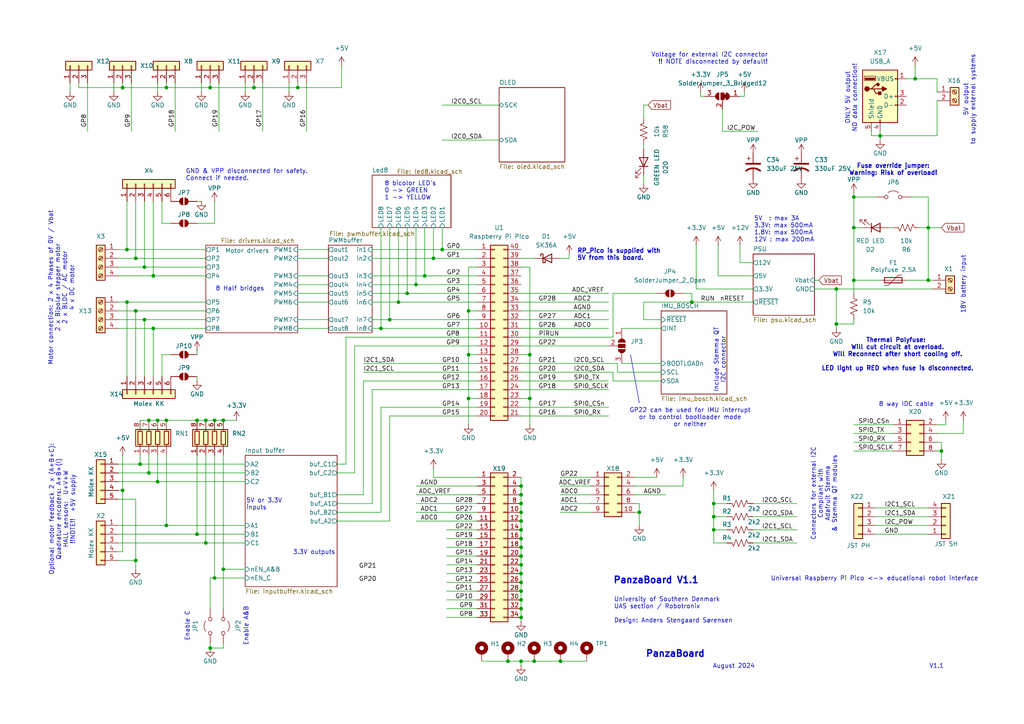
<source format=kicad_sch>
(kicad_sch (version 20231120) (generator "eeschema") (generator_version "8.0")
  (paper "A4")
  (junction (at 151.13 166.37))
  (junction (at 255.27 39.37))
  (junction (at 151.13 143.51))
  (junction (at 41.91 92.71))
  (junction (at 151.13 191.77))
  (junction (at 62.23 167.64))
  (junction (at 151.13 140.97))
  (junction (at 135.89 90.17))
  (junction (at 48.26 152.4))
  (junction (at 120.65 82.55))
  (junction (at 151.13 179.07))
  (junction (at 242.57 93.98))
  (junction (at 62.23 121.92))
  (junction (at 147.32 191.77))
  (junction (at 247.65 57.15))
  (junction (at 118.11 85.09))
  (junction (at 265.43 22.86))
  (junction (at 162.56 191.77))
  (junction (at 185.42 148.59))
  (junction (at 57.15 121.92))
  (junction (at 135.89 102.87))
  (junction (at 36.83 87.63))
  (junction (at 153.67 102.87))
  (junction (at 39.37 74.93))
  (junction (at 247.65 66.04))
  (junction (at 151.13 163.83))
  (junction (at 44.45 95.25))
  (junction (at 154.94 191.77))
  (junction (at 269.24 81.28))
  (junction (at 43.18 137.16))
  (junction (at 39.37 162.56))
  (junction (at 151.13 171.45))
  (junction (at 151.13 148.59))
  (junction (at 200.66 87.63))
  (junction (at 44.45 80.01))
  (junction (at 110.49 95.25))
  (junction (at 269.24 66.04))
  (junction (at 151.13 158.75))
  (junction (at 48.26 121.92))
  (junction (at 41.91 77.47))
  (junction (at 242.57 83.82))
  (junction (at 35.56 142.24))
  (junction (at 36.83 72.39))
  (junction (at 125.73 74.93))
  (junction (at 40.64 134.62))
  (junction (at 73.66 25.4))
  (junction (at 35.56 25.4))
  (junction (at 48.26 25.4))
  (junction (at 39.37 90.17))
  (junction (at 60.96 187.96))
  (junction (at 113.03 92.71))
  (junction (at 123.19 80.01))
  (junction (at 135.89 115.57))
  (junction (at 247.65 81.28))
  (junction (at 207.01 149.86))
  (junction (at 64.77 165.1))
  (junction (at 273.05 130.81))
  (junction (at 151.13 153.67))
  (junction (at 60.96 25.4))
  (junction (at 86.36 25.4))
  (junction (at 45.72 121.92))
  (junction (at 151.13 168.91))
  (junction (at 207.01 146.05))
  (junction (at 151.13 173.99))
  (junction (at 43.18 121.92))
  (junction (at 207.01 153.67))
  (junction (at 45.72 139.7))
  (junction (at 64.77 121.92))
  (junction (at 151.13 156.21))
  (junction (at 151.13 146.05))
  (junction (at 153.67 115.57))
  (junction (at 115.57 87.63))
  (junction (at 59.69 121.92))
  (junction (at 151.13 176.53))
  (junction (at 57.15 154.94))
  (junction (at 151.13 161.29))
  (junction (at 128.27 72.39))
  (junction (at 59.69 157.48))
  (junction (at 151.13 151.13))
  (wire (pts (xy 186.69 50.8) (xy 186.69 53.34)))
  (wire (pts (xy 33.02 24.13) (xy 33.02 26.67)))
  (wire (pts (xy 177.8 97.79) (xy 151.13 97.79)))
  (wire (pts (xy 39.37 144.78) (xy 39.37 162.56)))
  (wire (pts (xy 135.89 102.87) (xy 138.43 102.87)))
  (wire (pts (xy 62.23 132.08) (xy 62.23 167.64)))
  (wire (pts (xy 43.18 137.16) (xy 71.12 137.16)))
  (wire (pts (xy 57.15 154.94) (xy 71.12 154.94)))
  (wire (pts (xy 34.29 162.56) (xy 39.37 162.56)))
  (wire (pts (xy 107.95 82.55) (xy 120.65 82.55)))
  (wire (pts (xy 254 154.94) (xy 269.24 154.94)))
  (wire (pts (xy 191.77 92.71) (xy 186.69 92.71)))
  (wire (pts (xy 247.65 66.04) (xy 250.19 66.04)))
  (polyline (pts (xy 182.88 102.87) (xy 185.42 116.84)))
  (wire (pts (xy 129.54 171.45) (xy 138.43 171.45)))
  (wire (pts (xy 247.65 123.19) (xy 259.08 123.19)))
  (wire (pts (xy 215.9 26.67) (xy 215.9 27.94)))
  (wire (pts (xy 129.54 179.07) (xy 138.43 179.07)))
  (wire (pts (xy 64.77 165.1) (xy 71.12 165.1)))
  (wire (pts (xy 35.56 24.13) (xy 35.56 25.4)))
  (wire (pts (xy 242.57 93.98) (xy 247.65 93.98)))
  (wire (pts (xy 34.29 87.63) (xy 36.83 87.63)))
  (wire (pts (xy 208.28 71.12) (xy 208.28 80.01)))
  (wire (pts (xy 128.27 66.04) (xy 128.27 72.39)))
  (wire (pts (xy 62.23 58.42) (xy 62.23 64.77)))
  (wire (pts (xy 207.01 146.05) (xy 210.82 146.05)))
  (wire (pts (xy 162.56 140.97) (xy 171.45 140.97)))
  (wire (pts (xy 118.11 85.09) (xy 138.43 85.09)))
  (wire (pts (xy 107.95 85.09) (xy 118.11 85.09)))
  (wire (pts (xy 34.29 157.48) (xy 59.69 157.48)))
  (wire (pts (xy 151.13 118.11) (xy 176.53 118.11)))
  (wire (pts (xy 269.24 66.04) (xy 269.24 81.28)))
  (wire (pts (xy 58.42 58.42) (xy 57.15 58.42)))
  (wire (pts (xy 247.65 93.98) (xy 247.65 92.71)))
  (wire (pts (xy 34.29 142.24) (xy 35.56 142.24)))
  (wire (pts (xy 25.4 24.13) (xy 25.4 38.1)))
  (wire (pts (xy 34.29 90.17) (xy 39.37 90.17)))
  (wire (pts (xy 105.41 107.95) (xy 138.43 107.95)))
  (wire (pts (xy 113.03 92.71) (xy 138.43 92.71)))
  (wire (pts (xy 247.65 125.73) (xy 259.08 125.73)))
  (wire (pts (xy 86.36 80.01) (xy 95.25 80.01)))
  (wire (pts (xy 34.29 92.71) (xy 41.91 92.71)))
  (wire (pts (xy 125.73 74.93) (xy 138.43 74.93)))
  (wire (pts (xy 151.13 161.29) (xy 151.13 163.83)))
  (wire (pts (xy 64.77 121.92) (xy 68.58 121.92)))
  (wire (pts (xy 262.89 81.28) (xy 269.24 81.28)))
  (wire (pts (xy 128.27 30.48) (xy 144.78 30.48)))
  (wire (pts (xy 151.13 158.75) (xy 151.13 161.29)))
  (wire (pts (xy 129.54 161.29) (xy 138.43 161.29)))
  (wire (pts (xy 43.18 132.08) (xy 43.18 137.16)))
  (wire (pts (xy 58.42 24.13) (xy 58.42 26.67)))
  (wire (pts (xy 274.32 121.92) (xy 274.32 123.19)))
  (wire (pts (xy 138.43 77.47) (xy 135.89 77.47)))
  (wire (pts (xy 187.96 30.48) (xy 186.69 30.48)))
  (wire (pts (xy 129.54 168.91) (xy 138.43 168.91)))
  (wire (pts (xy 63.5 24.13) (xy 63.5 38.1)))
  (wire (pts (xy 123.19 80.01) (xy 138.43 80.01)))
  (wire (pts (xy 71.12 24.13) (xy 71.12 26.67)))
  (wire (pts (xy 177.8 107.95) (xy 151.13 107.95)))
  (wire (pts (xy 204.47 27.94) (xy 203.2 27.94)))
  (wire (pts (xy 120.65 148.59) (xy 138.43 148.59)))
  (wire (pts (xy 40.64 121.92) (xy 43.18 121.92)))
  (wire (pts (xy 62.23 167.64) (xy 60.96 167.64)))
  (wire (pts (xy 247.65 81.28) (xy 247.65 85.09)))
  (wire (pts (xy 64.77 132.08) (xy 64.77 165.1)))
  (wire (pts (xy 165.1 74.93) (xy 165.1 73.66)))
  (wire (pts (xy 162.56 74.93) (xy 165.1 74.93)))
  (wire (pts (xy 177.8 85.09) (xy 190.5 85.09)))
  (wire (pts (xy 214.63 71.12) (xy 214.63 76.2)))
  (wire (pts (xy 180.34 105.41) (xy 191.77 105.41)))
  (wire (pts (xy 34.29 77.47) (xy 41.91 77.47)))
  (wire (pts (xy 162.56 143.51) (xy 171.45 143.51)))
  (wire (pts (xy 254 57.15) (xy 247.65 57.15)))
  (wire (pts (xy 177.8 85.09) (xy 177.8 97.79)))
  (wire (pts (xy 265.43 22.86) (xy 271.78 22.86)))
  (wire (pts (xy 252.73 39.37) (xy 255.27 39.37)))
  (wire (pts (xy 177.8 110.49) (xy 191.77 110.49)))
  (wire (pts (xy 45.72 132.08) (xy 45.72 139.7)))
  (wire (pts (xy 162.56 191.77) (xy 170.18 191.77)))
  (wire (pts (xy 151.13 166.37) (xy 151.13 168.91)))
  (wire (pts (xy 153.67 77.47) (xy 153.67 102.87)))
  (wire (pts (xy 59.69 157.48) (xy 71.12 157.48)))
  (wire (pts (xy 35.56 132.08) (xy 35.56 142.24)))
  (wire (pts (xy 151.13 120.65) (xy 176.53 120.65)))
  (wire (pts (xy 129.54 153.67) (xy 138.43 153.67)))
  (wire (pts (xy 83.82 24.13) (xy 83.82 26.67)))
  (wire (pts (xy 198.12 138.43) (xy 198.12 140.97)))
  (wire (pts (xy 151.13 74.93) (xy 154.94 74.93)))
  (wire (pts (xy 57.15 101.6) (xy 57.15 102.87)))
  (wire (pts (xy 107.95 80.01) (xy 123.19 80.01)))
  (wire (pts (xy 48.26 132.08) (xy 48.26 152.4)))
  (wire (pts (xy 86.36 92.71) (xy 95.25 92.71)))
  (wire (pts (xy 115.57 66.04) (xy 115.57 87.63)))
  (wire (pts (xy 242.57 93.98) (xy 242.57 95.25)))
  (wire (pts (xy 20.32 26.67) (xy 20.32 24.13)))
  (wire (pts (xy 107.95 74.93) (xy 125.73 74.93)))
  (wire (pts (xy 59.69 121.92) (xy 62.23 121.92)))
  (wire (pts (xy 162.56 146.05) (xy 171.45 146.05)))
  (wire (pts (xy 200.66 85.09) (xy 200.66 87.63)))
  (wire (pts (xy 97.79 137.16) (xy 102.87 137.16)))
  (wire (pts (xy 60.96 24.13) (xy 60.96 25.4)))
  (wire (pts (xy 139.7 191.77) (xy 147.32 191.77)))
  (wire (pts (xy 62.23 167.64) (xy 71.12 167.64)))
  (wire (pts (xy 184.15 138.43) (xy 190.5 138.43)))
  (wire (pts (xy 218.44 153.67) (xy 231.14 153.67)))
  (wire (pts (xy 44.45 95.25) (xy 44.45 109.22)))
  (wire (pts (xy 207.01 149.86) (xy 210.82 149.86)))
  (wire (pts (xy 203.2 27.94) (xy 203.2 26.67)))
  (wire (pts (xy 46.99 102.87) (xy 46.99 109.22)))
  (wire (pts (xy 57.15 121.92) (xy 59.69 121.92)))
  (wire (pts (xy 138.43 138.43) (xy 125.73 138.43)))
  (wire (pts (xy 44.45 58.42) (xy 44.45 80.01)))
  (wire (pts (xy 97.79 146.05) (xy 107.95 146.05)))
  (wire (pts (xy 151.13 191.77) (xy 154.94 191.77)))
  (wire (pts (xy 125.73 138.43) (xy 125.73 135.89)))
  (wire (pts (xy 45.72 121.92) (xy 48.26 121.92)))
  (wire (pts (xy 247.65 130.81) (xy 259.08 130.81)))
  (wire (pts (xy 102.87 137.16) (xy 102.87 100.33)))
  (wire (pts (xy 107.95 92.71) (xy 113.03 92.71)))
  (wire (pts (xy 135.89 115.57) (xy 138.43 115.57)))
  (wire (pts (xy 151.13 113.03) (xy 176.53 113.03)))
  (wire (pts (xy 162.56 148.59) (xy 171.45 148.59)))
  (wire (pts (xy 129.54 176.53) (xy 138.43 176.53)))
  (wire (pts (xy 254 147.32) (xy 269.24 147.32)))
  (wire (pts (xy 129.54 166.37) (xy 138.43 166.37)))
  (wire (pts (xy 218.44 146.05) (xy 231.14 146.05)))
  (wire (pts (xy 118.11 66.04) (xy 118.11 85.09)))
  (wire (pts (xy 41.91 92.71) (xy 41.91 109.22)))
  (wire (pts (xy 34.29 139.7) (xy 45.72 139.7)))
  (wire (pts (xy 262.89 22.86) (xy 265.43 22.86)))
  (wire (pts (xy 153.67 115.57) (xy 153.67 123.19)))
  (wire (pts (xy 40.64 134.62) (xy 71.12 134.62)))
  (wire (pts (xy 41.91 92.71) (xy 59.69 92.71)))
  (wire (pts (xy 34.29 80.01) (xy 44.45 80.01)))
  (wire (pts (xy 151.13 110.49) (xy 176.53 110.49)))
  (wire (pts (xy 35.56 142.24) (xy 35.56 160.02)))
  (wire (pts (xy 151.13 173.99) (xy 151.13 176.53)))
  (wire (pts (xy 22.86 25.4) (xy 35.56 25.4)))
  (wire (pts (xy 88.9 24.13) (xy 88.9 38.1)))
  (wire (pts (xy 271.78 29.21) (xy 271.78 39.37)))
  (wire (pts (xy 105.41 105.41) (xy 138.43 105.41)))
  (wire (pts (xy 59.69 132.08) (xy 59.69 157.48)))
  (wire (pts (xy 44.45 95.25) (xy 59.69 95.25)))
  (wire (pts (xy 153.67 102.87) (xy 153.67 115.57)))
  (wire (pts (xy 179.07 105.41) (xy 151.13 105.41)))
  (wire (pts (xy 100.33 134.62) (xy 100.33 97.79)))
  (wire (pts (xy 110.49 95.25) (xy 138.43 95.25)))
  (wire (pts (xy 207.01 142.24) (xy 207.01 146.05)))
  (wire (pts (xy 46.99 58.42) (xy 46.99 64.77)))
  (wire (pts (xy 151.13 151.13) (xy 151.13 153.67)))
  (wire (pts (xy 129.54 173.99) (xy 138.43 173.99)))
  (wire (pts (xy 110.49 66.04) (xy 110.49 95.25)))
  (wire (pts (xy 218.44 157.48) (xy 231.14 157.48)))
  (wire (pts (xy 151.13 171.45) (xy 151.13 173.99)))
  (wire (pts (xy 107.95 87.63) (xy 115.57 87.63)))
  (wire (pts (xy 252.73 38.1) (xy 252.73 39.37)))
  (wire (pts (xy 185.42 148.59) (xy 185.42 152.4)))
  (wire (pts (xy 242.57 83.82) (xy 270.51 83.82)))
  (wire (pts (xy 34.29 72.39) (xy 36.83 72.39)))
  (wire (pts (xy 86.36 25.4) (xy 99.06 25.4)))
  (wire (pts (xy 162.56 138.43) (xy 171.45 138.43)))
  (wire (pts (xy 254 149.86) (xy 269.24 149.86)))
  (wire (pts (xy 57.15 110.49) (xy 57.15 109.22)))
  (wire (pts (xy 184.15 148.59) (xy 185.42 148.59)))
  (wire (pts (xy 264.16 57.15) (xy 269.24 57.15)))
  (wire (pts (xy 279.4 125.73) (xy 279.4 121.92)))
  (wire (pts (xy 34.29 95.25) (xy 44.45 95.25)))
  (wire (pts (xy 34.29 160.02) (xy 35.56 160.02)))
  (wire (pts (xy 151.13 90.17) (xy 176.53 90.17)))
  (wire (pts (xy 135.89 90.17) (xy 135.89 102.87)))
  (wire (pts (xy 60.96 187.96) (xy 64.77 187.96)))
  (wire (pts (xy 247.65 66.04) (xy 247.65 81.28)))
  (wire (pts (xy 48.26 25.4) (xy 60.96 25.4)))
  (wire (pts (xy 120.65 82.55) (xy 138.43 82.55)))
  (wire (pts (xy 200.66 87.63) (xy 218.44 87.63)))
  (wire (pts (xy 107.95 95.25) (xy 110.49 95.25)))
  (wire (pts (xy 186.69 43.18) (xy 186.69 41.91)))
  (wire (pts (xy 45.72 24.13) (xy 45.72 26.67)))
  (wire (pts (xy 135.89 115.57) (xy 135.89 123.19)))
  (wire (pts (xy 34.29 137.16) (xy 43.18 137.16)))
  (wire (pts (xy 120.65 143.51) (xy 138.43 143.51)))
  (wire (pts (xy 105.41 110.49) (xy 138.43 110.49)))
  (wire (pts (xy 39.37 58.42) (xy 39.37 74.93)))
  (wire (pts (xy 247.65 81.28) (xy 255.27 81.28)))
  (wire (pts (xy 86.36 74.93) (xy 95.25 74.93)))
  (wire (pts (xy 97.79 148.59) (xy 110.49 148.59)))
  (wire (pts (xy 151.13 146.05) (xy 151.13 148.59)))
  (wire (pts (xy 177.8 107.95) (xy 177.8 110.49)))
  (wire (pts (xy 209.55 38.1) (xy 219.71 38.1)))
  (wire (pts (xy 271.78 130.81) (xy 273.05 130.81)))
  (wire (pts (xy 107.95 113.03) (xy 138.43 113.03)))
  (wire (pts (xy 210.82 157.48) (xy 207.01 157.48)))
  (wire (pts (xy 110.49 148.59) (xy 110.49 118.11)))
  (wire (pts (xy 151.13 100.33) (xy 176.53 100.33)))
  (wire (pts (xy 39.37 74.93) (xy 59.69 74.93)))
  (wire (pts (xy 60.96 25.4) (xy 73.66 25.4)))
  (wire (pts (xy 73.66 25.4) (xy 86.36 25.4)))
  (wire (pts (xy 34.29 154.94) (xy 57.15 154.94)))
  (wire (pts (xy 151.13 176.53) (xy 151.13 179.07)))
  (wire (pts (xy 151.13 168.91) (xy 151.13 171.45)))
  (wire (pts (xy 86.36 25.4) (xy 86.36 24.13)))
  (wire (pts (xy 266.7 66.04) (xy 269.24 66.04)))
  (wire (pts (xy 151.13 140.97) (xy 151.13 143.51)))
  (wire (pts (xy 151.13 102.87) (xy 153.67 102.87)))
  (wire (pts (xy 269.24 57.15) (xy 269.24 66.04)))
  (wire (pts (xy 254 152.4) (xy 269.24 152.4)))
  (wire (pts (xy 207.01 153.67) (xy 210.82 153.67)))
  (wire (pts (xy 39.37 90.17) (xy 39.37 109.22)))
  (wire (pts (xy 36.83 72.39) (xy 59.69 72.39)))
  (wire (pts (xy 269.24 66.04) (xy 273.05 66.04)))
  (wire (pts (xy 60.96 167.64) (xy 60.96 176.53)))
  (wire (pts (xy 269.24 81.28) (xy 270.51 81.28)))
  (wire (pts (xy 48.26 121.92) (xy 57.15 121.92)))
  (wire (pts (xy 186.69 87.63) (xy 200.66 87.63)))
  (wire (pts (xy 242.57 83.82) (xy 242.57 93.98)))
  (wire (pts (xy 151.13 85.09) (xy 176.53 85.09)))
  (wire (pts (xy 102.87 100.33) (xy 138.43 100.33)))
  (wire (pts (xy 151.13 143.51) (xy 151.13 146.05)))
  (wire (pts (xy 48.26 24.13) (xy 48.26 25.4)))
  (wire (pts (xy 105.41 143.51) (xy 105.41 110.49)))
  (wire (pts (xy 247.65 55.88) (xy 247.65 57.15)))
  (wire (pts (xy 62.23 121.92) (xy 64.77 121.92)))
  (wire (pts (xy 247.65 128.27) (xy 259.08 128.27)))
  (wire (pts (xy 265.43 19.05) (xy 265.43 22.86)))
  (wire (pts (xy 201.93 71.12) (xy 201.93 83.82)))
  (wire (pts (xy 209.55 31.75) (xy 209.55 38.1)))
  (wire (pts (xy 125.73 66.04) (xy 125.73 74.93)))
  (wire (pts (xy 39.37 90.17) (xy 59.69 90.17)))
  (wire (pts (xy 22.86 24.13) (xy 22.86 25.4)))
  (wire (pts (xy 76.2 24.13) (xy 76.2 38.1)))
  (wire (pts (xy 36.83 87.63) (xy 59.69 87.63)))
  (wire (pts (xy 123.19 66.04) (xy 123.19 80.01)))
  (wire (pts (xy 138.43 120.65) (xy 113.03 120.65)))
  (wire (pts (xy 129.54 163.83) (xy 138.43 163.83)))
  (wire (pts (xy 60.96 186.69) (xy 60.96 187.96)))
  (wire (pts (xy 57.15 132.08) (xy 57.15 154.94)))
  (wire (pts (xy 151.13 77.47) (xy 153.67 77.47)))
  (wire (pts (xy 151.13 163.83) (xy 151.13 166.37)))
  (wire (pts (xy 201.93 83.82) (xy 218.44 83.82)))
  (wire (pts (xy 34.29 134.62) (xy 40.64 134.62)))
  (wire (pts (xy 86.36 87.63) (xy 95.25 87.63)))
  (wire (pts (xy 128.27 72.39) (xy 138.43 72.39)))
  (wire (pts (xy 34.29 152.4) (xy 48.26 152.4)))
  (wire (pts (xy 107.95 72.39) (xy 128.27 72.39)))
  (wire (pts (xy 207.01 146.05) (xy 207.01 149.86)))
  (wire (pts (xy 135.89 102.87) (xy 135.89 115.57)))
  (wire (pts (xy 45.72 139.7) (xy 71.12 139.7)))
  (wire (pts (xy 147.32 191.77) (xy 151.13 191.77)))
  (wire (pts (xy 184.15 143.51) (xy 193.04 143.51)))
  (wire (pts (xy 151.13 156.21) (xy 151.13 158.75)))
  (wire (pts (xy 151.13 153.67) (xy 151.13 156.21)))
  (wire (pts (xy 34.29 74.93) (xy 39.37 74.93)))
  (wire (pts (xy 274.32 123.19) (xy 271.78 123.19)))
  (wire (pts (xy 255.27 39.37) (xy 271.78 39.37)))
  (wire (pts (xy 271.78 128.27) (xy 273.05 128.27)))
  (wire (pts (xy 86.36 85.09) (xy 95.25 85.09)))
  (wire (pts (xy 97.79 134.62) (xy 100.33 134.62)))
  (wire (pts (xy 100.33 97.79) (xy 138.43 97.79)))
  (wire (pts (xy 97.79 143.51) (xy 105.41 143.51)))
  (wire (pts (xy 151.13 95.25) (xy 176.53 95.25)))
  (wire (pts (xy 151.13 138.43) (xy 151.13 140.97)))
  (wire (pts (xy 151.13 92.71) (xy 176.53 92.71)))
  (wire (pts (xy 64.77 165.1) (xy 64.77 176.53)))
  (wire (pts (xy 186.69 30.48) (xy 186.69 34.29)))
  (wire (pts (xy 39.37 162.56) (xy 39.37 165.1)))
  (wire (pts (xy 218.44 80.01) (xy 208.28 80.01)))
  (wire (pts (xy 35.56 25.4) (xy 48.26 25.4)))
  (wire (pts (xy 99.06 19.05) (xy 99.06 25.4)))
  (wire (pts (xy 151.13 179.07) (xy 151.13 180.34)))
  (wire (pts (xy 198.12 85.09) (xy 200.66 85.09)))
  (wire (pts (xy 218.44 149.86) (xy 231.14 149.86)))
  (wire (pts (xy 215.9 27.94) (xy 214.63 27.94)))
  (wire (pts (xy 151.13 191.77) (xy 151.13 193.04)))
  (wire (pts (xy 120.65 140.97) (xy 138.43 140.97)))
  (wire (pts (xy 48.26 152.4) (xy 71.12 152.4)))
  (wire (pts (xy 184.15 140.97) (xy 198.12 140.97)))
  (wire (pts (xy 73.66 24.13) (xy 73.66 25.4)))
  (wire (pts (xy 44.45 80.01) (xy 59.69 80.01)))
  (wire (pts (xy 38.1 24.13) (xy 38.1 38.1)))
  (wire (pts (xy 271.78 125.73) (xy 279.4 125.73)))
  (wire (pts (xy 36.83 87.63) (xy 36.83 109.22)))
  (wire (pts (xy 151.13 115.57) (xy 153.67 115.57)))
  (wire (pts (xy 41.91 58.42) (xy 41.91 77.47)))
  (wire (pts (xy 255.27 38.1) (xy 255.27 39.37)))
  (wire (pts (xy 236.22 81.28) (xy 237.49 81.28)))
  (wire (pts (xy 115.57 87.63) (xy 138.43 87.63)))
  (wire (pts (xy 186.69 92.71) (xy 186.69 87.63)))
  (wire (pts (xy 184.15 146.05) (xy 185.42 146.05)))
  (wire (pts (xy 34.29 144.78) (xy 39.37 144.78)))
  (wire (pts (xy 97.79 151.13) (xy 113.03 151.13)))
  (wire (pts (xy 151.13 87.63) (xy 176.53 87.63)))
  (wire (pts (xy 207.01 153.67) (xy 207.01 157.48)))
  (wire (pts (xy 113.03 120.65) (xy 113.03 151.13)))
  (wire (pts (xy 154.94 191.77) (xy 162.56 191.77)))
  (wire (pts (xy 135.89 77.47) (xy 135.89 90.17)))
  (wire (pts (xy 120.65 146.05) (xy 138.43 146.05)))
  (wire (pts (xy 46.99 64.77) (xy 49.53 64.77)))
  (wire (pts (xy 180.34 95.25) (xy 191.77 95.25)))
  (wire (pts (xy 120.65 66.04) (xy 120.65 82.55)))
  (wire (pts (xy 113.03 66.04) (xy 113.03 92.71)))
  (wire (pts (xy 43.18 121.92) (xy 45.72 121.92)))
  (wire (pts (xy 207.01 149.86) (xy 207.01 153.67)))
  (wire (pts (xy 247.65 57.15) (xy 247.65 66.04)))
  (wire (pts (xy 46.99 102.87) (xy 49.53 102.87)))
  (wire (pts (xy 271.78 26.67) (xy 271.78 22.86)))
  (wire (pts (xy 185.42 146.05) (xy 185.42 148.59)))
  (wire (pts (xy 218.44 76.2) (xy 214.63 76.2)))
  (wire (pts (xy 110.49 118.11) (xy 138.43 118.11)))
  (wire (pts (xy 273.05 130.81) (xy 273.05 133.35)))
  (wire (pts (xy 107.95 146.05) (xy 107.95 113.03)))
  (wire (pts (xy 128.27 40.64) (xy 144.78 40.64)))
  (wire (pts (xy 257.81 66.04) (xy 259.08 66.04)))
  (wire (pts (xy 129.54 156.21) (xy 138.43 156.21)))
  (wire (pts (xy 64.77 186.69) (xy 64.77 187.96)))
  (wire (pts (xy 179.07 107.95) (xy 191.77 107.95)))
  (wire (pts (xy 41.91 77.47) (xy 59.69 77.47)))
  (wire (pts (xy 36.83 58.42) (xy 36.83 72.39)))
  (wire (pts (xy 86.36 95.25) (xy 95.25 95.25)))
  (wire (pts (xy 120.65 151.13) (xy 138.43 151.13)))
  (wire (pts (xy 57.15 64.77) (xy 62.23 64.77)))
  (wire (pts (xy 151.13 148.59) (xy 151.13 151.13)))
  (wire (pts (xy 86.36 82.55) (xy 95.25 82.55)))
  (wire (pts (xy 255.27 39.37) (xy 255.27 40.64)))
  (wire (pts (xy 236.22 83.82) (xy 242.57 83.82)))
  (wire (pts (xy 179.07 105.41) (xy 179.07 107.95)))
  (wire (pts (xy 40.64 132.08) (xy 40.64 134.62)))
  (wire (pts (xy 86.36 72.39) (xy 95.25 72.39)))
  (wire (pts (xy 50.8 24.13) (xy 50.8 38.1)))
  (wire (pts (xy 273.05 128.27) (xy 273.05 130.81)))
  (wire (pts (xy 135.89 90.17) (xy 138.43 90.17)))
  (wire (pts (xy 129.54 158.75) (xy 138.43 158.75)))
  (text "8 bicolor LED's\n0 -> GREEN\n1 -> YELLOW" (at 111.506 55.372 0) (effects (font (size 1.27 1.27)) (justify left)))
  (text "Motor connection: 2 x 4 Phases of 0V / Vbat\n2 x Bipolar stepper motor\n2 x BLDC / AC motor\n4 x DC motor\n" (at 17.78 83.566 90) (effects (font (size 1.27 1.27))))
  (text "PanzaBoard V1.1" (at 177.8 168.402 0) (effects (font (size 1.905 1.905) (thickness 0.381) (bold yes)) (justify left)))
  (text "8 Half bridges" (at 69.596 83.82 0) (effects (font (size 1.27 1.27))))
  (text "Connectors for external I2C\nCompliant with\nAdafruit Stemma\n& Stemma QT modules" (at 239.014 143.256 90) (effects (font (size 1.27 1.27))))
  (text "Fuse override jumper:\nWarning: Risk of overload!" (at 259.08 49.276 0) (effects (font (size 1.27 1.27) (bold yes))))
  (text "Enable A&B\n" (at 71.374 181.61 90) (effects (font (size 1.27 1.27))))
  (text "Universal Raspberry Pi Pico <-> educational robot interface" (at 223.52 167.894 0) (effects (font (size 1.27 1.27)) (justify left)))
  (text "PanzaBoard" (at 187.198 189.738 0) (effects (font (size 1.905 1.905) (thickness 0.381) (bold yes)) (justify left)))
  (text "RP_Pico is supplied with\n5V from this board." (at 167.386 73.914 0) (effects (font (size 1.27 1.27) (bold yes)) (justify left)))
  (text "5V output\nto supply external systems" (at 281.178 28.956 90) (effects (font (size 1.27 1.27))))
  (text "5V  : max 3A\n3.3V: max 500mA\n1.8V: max 500mA\n12V : max 200mA\n" (at 218.694 66.548 0) (effects (font (size 1.27 1.27)) (justify left)))
  (text "V1.1" (at 269.494 193.294 0) (effects (font (size 1.27 1.27)) (justify left)))
  (text "5V or 3.3V\ninputs" (at 71.374 146.304 0) (effects (font (size 1.27 1.27)) (justify left)))
  (text "ONLY 5V output\nNO data connection!" (at 246.888 28.448 90) (effects (font (size 1.27 1.27))))
  (text "8 way IDC cable" (at 262.89 117.348 0) (effects (font (size 1.27 1.27))))
  (text "Optional motor feedback 2 x (A+B+C):\nQuadrature encoders: A+B+(I)\nHALL sensors:  U+V+W\n!!NOTE!!  +5V supply\n" (at 18.034 147.828 90) (effects (font (size 1.27 1.27))))
  (text "August 2024" (at 212.852 193.294 0) (effects (font (size 1.27 1.27))))
  (text "GP22 can be used for IMU interrupt\nor to control bootloader mode\nor neither" (at 200.152 121.158 0) (effects (font (size 1.27 1.27))))
  (text "University of Southern Denmark\nUAS section / Robotronix\n\nDesign: Anders Stengaard Sørensen" (at 178.054 177.038 0) (effects (font (size 1.27 1.27)) (justify left)))
  (text "18V battery input" (at 279.4 82.55 90) (effects (font (size 1.27 1.27))))
  (text "3.3V outputs" (at 97.282 160.274 0) (effects (font (size 1.27 1.27)) (justify right)))
  (text "Enable C" (at 54.356 181.61 90) (effects (font (size 1.27 1.27))))
  (text "Thermal Polyfuse: \nWill cut circuit at overload.\nWill Reconnect after short cooling off.\n\nLED light up RED when fuse is disconnected." (at 260.35 102.87 0) (effects (font (size 1.27 1.27) (thickness 0.254) (bold yes))))
  (text "GND & VPP disconnected for safety.\nConnect if needed." (at 53.848 50.8 0) (effects (font (size 1.27 1.27)) (justify left)))
  (text "Include Stemma QT\nI2C connector" (at 208.788 104.394 90) (effects (font (size 1.27 1.27))))
  (text "Voltage for external I2C connector\n!! NOTE disconnected by default!" (at 222.758 17.018 0) (effects (font (size 1.27 1.27)) (justify right)))
  (label "GP28" (at 161.29 87.63 180))
  (label "GP27" (at 137.16 148.59 180))
  (label "I2C1_SCL" (at 256.54 147.32 0))
  (label "GP10" (at 133.35 105.41 180))
  (label "I2C0_SCL" (at 166.37 105.41 0))
  (label "GP21" (at 161.29 105.41 180))
  (label "GP16" (at 88.9 31.75 270))
  (label "ADC_VREF" (at 171.45 140.97 180))
  (label "GP5" (at 129.54 87.63 0))
  (label "GP13" (at 133.35 113.03 180))
  (label "GP0" (at 129.54 72.39 0))
  (label "GP9" (at 38.1 33.02 270))
  (label "SPI0_SCLK" (at 166.37 113.03 0))
  (label "GP20" (at 109.22 168.91 180))
  (label "GP11" (at 137.16 171.45 180))
  (label "GP9" (at 133.35 100.33 180))
  (label "ADC1" (at 127 148.59 180))
  (label "GP15" (at 137.16 161.29 180))
  (label "GP26" (at 137.16 151.13 180))
  (label "GP11" (at 133.35 107.95 180))
  (label "GP18" (at 137.16 158.75 180))
  (label "GP14" (at 137.16 163.83 180))
  (label "GP8" (at 137.16 179.07 180))
  (label "AGND" (at 171.45 90.17 180))
  (label "GP19" (at 137.16 156.21 180))
  (label "GP17" (at 161.29 118.11 180))
  (label "AGND" (at 191.77 143.51 180))
  (label "ADC0" (at 167.64 143.51 180))
  (label "GP12" (at 137.16 168.91 180))
  (label "GP16" (at 161.29 120.65 180))
  (label "ADC_VREF" (at 175.26 85.09 180))
  (label "GP6" (at 129.54 92.71 0))
  (label "GP19" (at 161.29 110.49 180))
  (label "ADC0" (at 127 151.13 180))
  (label "GP20" (at 161.29 107.95 180))
  (label "GP19" (at 63.5 31.75 270))
  (label "I2C0_SCL" (at 220.98 146.05 0))
  (label "GP15" (at 133.35 120.65 180))
  (label "SPI0_TX" (at 166.37 110.49 0))
  (label "I2C1_SDA" (at 220.98 157.48 0))
  (label "PiRUN" (at 156.21 97.79 0))
  (label "GP3" (at 129.54 82.55 0))
  (label "GP8" (at 25.4 33.02 270))
  (label "GP1" (at 129.54 74.93 0))
  (label "GP22" (at 137.16 153.67 180))
  (label "GP10" (at 137.16 173.99 180))
  (label "GP14" (at 133.35 118.11 180))
  (label "ADC2" (at 171.45 87.63 180))
  (label "SPI0_RX" (at 166.37 120.65 0))
  (label "SPI0_RX" (at 248.92 128.27 0))
  (label "I2C1_SDA" (at 105.41 105.41 0))
  (label "I2C1_SCL" (at 220.98 153.67 0))
  (label "GND" (at 256.54 154.94 0))
  (label "SPI0_TX" (at 248.92 125.73 0))
  (label "ADC2" (at 127 146.05 180))
  (label "GP4" (at 129.54 85.09 0))
  (label "GP22" (at 167.64 138.43 180))
  (label "I2C_POW" (at 210.82 38.1 0))
  (label "RUN" (at 203.2 87.63 0))
  (label "I2C0_SDA" (at 220.98 149.86 0))
  (label "ADC1" (at 167.64 146.05 180))
  (label "I2C0_SDA" (at 130.81 40.64 0))
  (label "I2C0_SCL" (at 130.81 30.48 0))
  (label "SPI0_SCLK" (at 248.92 130.81 0))
  (label "ADC2" (at 167.64 148.59 180))
  (label "SPI0_CSn" (at 166.37 118.11 0))
  (label "GP27" (at 161.29 92.71 180))
  (label "GP13" (at 137.16 166.37 180))
  (label "GP9" (at 137.16 176.53 180))
  (label "GP18" (at 50.8 31.75 270))
  (label "GP2" (at 129.54 80.01 0))
  (label "GP28" (at 137.16 146.05 180))
  (label "GP17" (at 76.2 31.75 270))
  (label "GP21" (at 109.22 165.1 180))
  (label "I2C1_SDA" (at 256.54 149.86 0))
  (label "ADC_VREF" (at 130.81 143.51 180))
  (label "GP26" (at 161.29 95.25 180))
  (label "GP18" (at 161.29 113.03 180))
  (label "GP22" (at 161.29 100.33 180))
  (label "ADC1" (at 171.45 92.71 180))
  (label "SPI0_CSn" (at 248.92 123.19 0))
  (label "I2C_POW" (at 256.54 152.4 0))
  (label "I2C1_SCL" (at 105.41 107.95 0))
  (label "I2C0_SDA" (at 166.37 107.95 0))
  (label "GP8" (at 133.35 97.79 180))
  (label "ADC0" (at 171.45 95.25 180))
  (label "GP7" (at 129.54 95.25 0))
  (label "nRESET" (at 215.9 87.63 180))
  (label "GP12" (at 133.35 110.49 180))
  (label "AGND" (at 127 140.97 180))
  (global_label "Vbat" (shape input) (at 237.49 81.28 0) (property "Intersheetrefs" "${INTERSHEET_REFS}" (effects (hide yes))))
  (global_label "Vbat" (shape input) (at 273.05 66.04 0) (property "Intersheetrefs" "${INTERSHEET_REFS}" (effects (hide yes))))
  (global_label "Vbat" (shape input) (at 187.96 30.48 0) (property "Intersheetrefs" "${INTERSHEET_REFS}" (effects (hide yes))))
  (symbol (lib_id "Connector_Generic:Conn_02x05_Odd_Even") (at 176.53 143.51 0) (unit 1)
    (property "Reference" "X18" (at 177.8 135.89 0))
    (property "Value" "Conn_02x05_Odd_Even" (effects (hide yes)))
    (property "Footprint" "Connector_IDC:IDC-Header_2x05_P2.54mm_Vertical" (effects (hide yes)))
    (property "Description" "Generic connector, double row, 02x05, odd/even pin numbering scheme (row 1 odd numbers, row 2 even numbers), script generated (kicad-library-utils/schlib/autogen/connector/)" (effects (hide yes)))
  )
  (symbol (lib_id "Connector:Screw_Terminal_01x04") (at 29.21 74.93 0) (mirror y) (unit 1)
    (property "Reference" "X3" (at 29.21 68.58 0))
    (property "Value" "Screw_Terminal_01x04" (effects (hide yes)))
    (property "Footprint" "TerminalBlock_Phoenix:TerminalBlock_Phoenix_PT-1,5-4-3.5-H_1x04_P3.50mm_Horizontal" (effects (hide yes)))
    (property "Datasheet" "https://www.phoenixcontact.com/en-us/products/printed-circuit-board-terminal-pt-15-4-35-h-1984633?type=pdf" (effects (hide yes)))
    (property "Description" "Generic screw terminal, single row, 01x04, script generated (kicad-library-utils/schlib/autogen/connector/)" (effects (hide yes)))
    (property "Vendor" "Mouser" (effects (hide yes)))
    (property "Vendor ID" "651-1984633 " (effects (hide yes)))
    (property "MFR" "1984633 " (effects (hide yes)))
    (property "MFR#" "Phoenix Contact " (effects (hide yes)))
  )
  (symbol (lib_id "Connector:USB_A") (at 255.27 27.94 0) (unit 1)
    (property "Reference" "X17" (at 255.27 15.24 0))
    (property "Value" "USB_A" (at 255.27 17.78 0))
    (property "Footprint" "Connector_USB:USB_A_Molex_67643_Horizontal" (effects (hide yes)))
    (property "Datasheet" " ~" (effects (hide yes)))
    (property "Description" "USB Type A connector" (effects (hide yes)))
  )
  (symbol (lib_id "power:GND") (at 232.41 52.07 0) (unit 1)
    (property "Reference" "#PWR0105" (effects (hide yes)))
    (property "Value" "GND" (at 232.41 55.88 0))
    (property "Description" "Power symbol creates a global label with name \"GND\" , ground" (effects (hide yes)))
  )
  (symbol (lib_id "power:+5V") (at 35.56 132.08 0) (unit 1)
    (property "Reference" "#PWR01" (effects (hide yes)))
    (property "Value" "+5V" (at 35.56 127 0))
    (property "Description" "Power symbol creates a global label with name \"+5V\"" (effects (hide yes)))
  )
  (symbol (lib_id "power:GND") (at 20.32 26.67 0) (unit 1)
    (property "Reference" "#PWR0109" (effects (hide yes)))
    (property "Value" "GND" (at 20.32 30.48 0))
    (property "Description" "Power symbol creates a global label with name \"GND\" , ground" (effects (hide yes)))
  )
  (symbol (lib_id "Connector_Generic:Conn_01x04") (at 274.32 152.4 0) (mirror x) (unit 1)
    (property "Reference" "X21" (at 273.304 144.018 0) (effects (justify left)))
    (property "Value" "JST SH" (at 271.018 157.734 0) (effects (justify left)))
    (property "Footprint" "Connector_JST:JST_SH_SM04B-SRSS-TB_1x04-1MP_P1.00mm_Horizontal" (effects (hide yes)))
    (property "Description" "Generic connector, single row, 01x04, script generated (kicad-library-utils/schlib/autogen/connector/)" (effects (hide yes)))
  )
  (symbol (lib_id "Connector_Generic:Conn_01x03") (at 60.96 19.05 90) (unit 1)
    (property "Reference" "X11" (at 66.04 17.7799 90) (effects (justify right)))
    (property "Value" "Conn_01x03" (effects (hide yes)))
    (property "Footprint" "Connector_PinHeader_2.54mm:PinHeader_1x03_P2.54mm_Vertical" (effects (hide yes)))
    (property "Description" "Generic connector, single row, 01x03, script generated (kicad-library-utils/schlib/autogen/connector/)" (effects (hide yes)))
  )
  (symbol (lib_id "Connector:Screw_Terminal_01x02") (at 276.86 26.67 0) (unit 1)
    (property "Reference" "X16" (at 274.828 23.368 0) (effects (justify left)))
    (property "Value" "Screw_Terminal_01x02" (effects (hide yes)))
    (property "Footprint" "TerminalBlock_Phoenix:TerminalBlock_Phoenix_PT-1,5-2-3.5-H_1x02_P3.50mm_Horizontal" (effects (hide yes)))
    (property "Description" "Generic screw terminal, single row, 01x02, script generated (kicad-library-utils/schlib/autogen/connector/)" (effects (hide yes)))
  )
  (symbol (lib_id "Connector_Generic:Conn_01x03") (at 35.56 19.05 90) (unit 1)
    (property "Reference" "X10" (at 40.64 19.0499 90) (effects (justify right)))
    (property "Value" "Conn_01x03" (effects (hide yes)))
    (property "Footprint" "Connector_PinHeader_2.54mm:PinHeader_1x03_P2.54mm_Vertical" (effects (hide yes)))
    (property "Description" "Generic connector, single row, 01x03, script generated (kicad-library-utils/schlib/autogen/connector/)" (effects (hide yes)))
  )
  (symbol (lib_id "Connector_Generic:Conn_01x03") (at 48.26 19.05 90) (unit 1)
    (property "Reference" "X8" (at 53.34 17.7799 90) (effects (justify right)))
    (property "Value" "Conn_01x03" (effects (hide yes)))
    (property "Footprint" "Connector_PinHeader_2.54mm:PinHeader_1x03_P2.54mm_Vertical" (effects (hide yes)))
    (property "Description" "Generic connector, single row, 01x03, script generated (kicad-library-utils/schlib/autogen/connector/)" (effects (hide yes)))
  )
  (symbol (lib_id "Jumper:Jumper_2_Open") (at 60.96 181.61 90) (unit 1) (exclude_from_sim yes)
    (property "Reference" "JP1" (at 56.642 181.61 0))
    (property "Value" "Jumper_2_Open" (effects (hide yes)))
    (property "Footprint" "Jumper:SolderJumper-2_P1.3mm_Open_TrianglePad1.0x1.5mm" (effects (hide yes)))
    (property "Description" "Jumper, 2-pole, open" (effects (hide yes)))
  )
  (symbol (lib_id "power:+3.3V") (at 125.73 135.89 0) (unit 1)
    (property "Reference" "#PWR09" (effects (hide yes)))
    (property "Value" "+3.3V" (at 125.73 130.81 0))
    (property "Description" "Power symbol creates a global label with name \"+3.3V\"" (effects (hide yes)))
  )
  (symbol (lib_id "power:GND") (at 218.44 52.07 0) (unit 1)
    (property "Reference" "#PWR0107" (effects (hide yes)))
    (property "Value" "GND" (at 218.44 55.88 0))
    (property "Description" "Power symbol creates a global label with name \"GND\" , ground" (effects (hide yes)))
  )
  (symbol (lib_id "Device:R_US") (at 214.63 146.05 90) (mirror x) (unit 1)
    (property "Reference" "R1" (at 210.82 144.526 90))
    (property "Value" "2k2" (at 218.694 147.574 90))
    (property "Footprint" "Resistor_SMD:R_0603_1608Metric" (effects (hide yes)))
    (property "Description" "Resistor, US symbol" (effects (hide yes)))
  )
  (symbol (lib_id "Device:R_US") (at 186.69 38.1 0) (mirror x) (unit 1)
    (property "Reference" "R58" (at 193.04 38.1 90))
    (property "Value" "10k" (at 190.5 38.1 90))
    (property "Footprint" "Resistor_SMD:R_0603_1608Metric" (effects (hide yes)))
    (property "Description" "Resistor, US symbol" (effects (hide yes)))
  )
  (symbol (lib_id "Connector_Generic:Conn_01x03") (at 86.36 19.05 90) (unit 1)
    (property "Reference" "X7" (at 91.44 17.7799 90) (effects (justify right)))
    (property "Value" "Conn_01x03" (effects (hide yes)))
    (property "Footprint" "Connector_PinHeader_2.54mm:PinHeader_1x03_P2.54mm_Vertical" (effects (hide yes)))
    (property "Description" "Generic connector, single row, 01x03, script generated (kicad-library-utils/schlib/autogen/connector/)" (effects (hide yes)))
  )
  (symbol (lib_id "Jumper:SolderJumper_3_Bridged12") (at 209.55 27.94 0) (mirror y) (unit 1) (exclude_from_sim yes) (in_bom no)
    (property "Reference" "JP5" (at 209.55 21.59 0))
    (property "Value" "SolderJumper_3_Bridged12" (at 209.55 24.13 0))
    (property "Footprint" "Jumper:SolderJumper-3_P1.3mm_Bridged12_Pad1.0x1.5mm_NumberLabels" (effects (hide yes)))
    (property "Description" "3-pole Solder Jumper, pins 1+2 closed/bridged" (effects (hide yes)))
  )
  (symbol (lib_id "power:+12V") (at 214.63 71.12 0) (unit 1)
    (property "Reference" "#PWR022" (effects (hide yes)))
    (property "Value" "+12V" (at 214.63 66.04 0))
    (property "Description" "Power symbol creates a global label with name \"+12V\"" (effects (hide yes)))
  )
  (symbol (lib_id "power:+5V") (at 265.43 19.05 0) (unit 1)
    (property "Reference" "#PWR027" (effects (hide yes)))
    (property "Value" "+5V" (at 265.43 13.97 0))
    (property "Description" "Power symbol creates a global label with name \"+5V\"" (effects (hide yes)))
  )
  (symbol (lib_id "Device:LED") (at 186.69 46.99 270) (mirror x) (unit 1)
    (property "Reference" "D20" (at 193.04 48.5775 0))
    (property "Value" "GREEN LED" (at 190.5 48.5775 0))
    (property "Footprint" "LED_SMD:LED_0603_1608Metric" (effects (hide yes)))
    (property "Description" "Light emitting diode" (effects (hide yes)))
    (property "MFR" "150060RS75000 " (effects (hide yes)))
    (property "MFR#" "Wurth Elektronik " (effects (hide yes)))
    (property "Vendor" "Mouser" (effects (hide yes)))
    (property "Vendor ID" "710-150060RS75000" (effects (hide yes)))
  )
  (symbol (lib_id "power:GND") (at 186.69 53.34 0) (unit 1)
    (property "Reference" "#PWR0108" (effects (hide yes)))
    (property "Value" "GND" (at 186.69 57.15 0))
    (property "Description" "Power symbol creates a global label with name \"GND\" , ground" (effects (hide yes)))
  )
  (symbol (lib_id "power:GND") (at 45.72 26.67 0) (unit 1)
    (property "Reference" "#PWR0112" (effects (hide yes)))
    (property "Value" "GND" (at 45.72 30.48 0))
    (property "Description" "Power symbol creates a global label with name \"GND\" , ground" (effects (hide yes)))
  )
  (symbol (lib_id "power:GND") (at 39.37 165.1 0) (unit 1)
    (property "Reference" "#PWR02" (effects (hide yes)))
    (property "Value" "GND" (at 39.37 168.91 0))
    (property "Description" "Power symbol creates a global label with name \"GND\" , ground" (effects (hide yes)))
  )
  (symbol (lib_id "power:GND") (at 71.12 26.67 0) (unit 1)
    (property "Reference" "#PWR0114" (effects (hide yes)))
    (property "Value" "GND" (at 71.12 30.48 0))
    (property "Description" "Power symbol creates a global label with name \"GND\" , ground" (effects (hide yes)))
  )
  (symbol (lib_id "power:GND") (at 153.67 123.19 0) (unit 1)
    (property "Reference" "#PWR013" (effects (hide yes)))
    (property "Value" "GND" (at 153.67 127 0))
    (property "Description" "Power symbol creates a global label with name \"GND\" , ground" (effects (hide yes)))
  )
  (symbol (lib_id "power:GND") (at 60.96 187.96 0) (unit 1)
    (property "Reference" "#PWR05" (effects (hide yes)))
    (property "Value" "GND" (at 60.96 191.77 0))
    (property "Description" "Power symbol creates a global label with name \"GND\" , ground" (effects (hide yes)))
  )
  (symbol (lib_id "Device:C_Polarized_US") (at 218.44 48.26 0) (unit 1)
    (property "Reference" "C34" (at 222.25 46.3549 0) (effects (justify left)))
    (property "Value" "330uF 25V" (at 222.25 48.8949 0) (effects (justify left)))
    (property "Footprint" "Capacitor_THT:CP_Radial_D10.0mm_P5.00mm" (effects (hide yes)))
    (property "Description" "35V. Low ESR" (effects (hide yes)))
    (property "MFR" "870575575005 " (effects (hide yes)))
    (property "MFR#" "Wurth Elektronik " (effects (hide yes)))
    (property "Vendor" "Mouser" (effects (hide yes)))
    (property "Vendor ID" "710-870575575005 " (effects (hide yes)))
  )
  (symbol (lib_id "Jumper:Jumper_2_Open") (at 259.08 57.15 0) (unit 1) (exclude_from_sim yes)
    (property "Reference" "JP6" (at 259.08 52.832 0))
    (property "Value" "Jumper_2_Open" (effects (hide yes)))
    (property "Footprint" "Jumper:SolderJumper-2_P1.3mm_Open_TrianglePad1.0x1.5mm" (effects (hide yes)))
    (property "Description" "Jumper, 2-pole, open" (effects (hide yes)))
  )
  (symbol (lib_id "Jumper:SolderJumper_2_Open") (at 53.34 64.77 0) (unit 1) (exclude_from_sim yes) (in_bom no)
    (property "Reference" "JP8" (at 53.34 62.23 0))
    (property "Value" "SolderJumper_2_Open" (effects (hide yes)))
    (property "Footprint" "Jumper:SolderJumper-2_P1.3mm_Open_Pad1.0x1.5mm" (effects (hide yes)))
    (property "Description" "Solder Jumper, 2-pole, open" (effects (hide yes)))
  )
  (symbol (lib_id "power:GND") (at 33.02 26.67 0) (unit 1)
    (property "Reference" "#PWR0111" (effects (hide yes)))
    (property "Value" "GND" (at 33.02 30.48 0))
    (property "Description" "Power symbol creates a global label with name \"GND\" , ground" (effects (hide yes)))
  )
  (symbol (lib_id "power:+3.3V") (at 201.93 71.12 0) (unit 1)
    (property "Reference" "#PWR018" (effects (hide yes)))
    (property "Value" "+3.3V" (at 201.93 66.04 0))
    (property "Description" "Power symbol creates a global label with name \"+3.3V\"" (effects (hide yes)))
  )
  (symbol (lib_id "power:GND") (at 151.13 193.04 0) (unit 1)
    (property "Reference" "#PWR012" (effects (hide yes)))
    (property "Value" "GND" (at 151.13 196.85 0))
    (property "Description" "Power symbol creates a global label with name \"GND\" , ground" (effects (hide yes)))
  )
  (symbol (lib_id "power:+5V") (at 215.9 26.67 0) (unit 1)
    (property "Reference" "#PWR023" (effects (hide yes)))
    (property "Value" "+5V" (at 215.9 21.59 0))
    (property "Description" "Power symbol creates a global label with name \"+5V\"" (effects (hide yes)))
  )
  (symbol (lib_id "Device:R_US") (at 214.63 149.86 90) (mirror x) (unit 1)
    (property "Reference" "R2" (at 210.82 148.336 90))
    (property "Value" "2k2" (at 218.694 151.384 90))
    (property "Footprint" "Resistor_SMD:R_0603_1608Metric" (effects (hide yes)))
    (property "Description" "Resistor, US symbol" (effects (hide yes)))
  )
  (symbol (lib_id "power:GND") (at 242.57 95.25 0) (unit 1)
    (property "Reference" "#PWR025" (effects (hide yes)))
    (property "Value" "GND" (at 242.57 99.06 0))
    (property "Description" "Power symbol creates a global label with name \"GND\" , ground" (effects (hide yes)))
  )
  (symbol (lib_id "Connector_Generic:Conn_02x20_Counter_Clockwise") (at 143.51 95.25 0) (unit 1)
    (property "Reference" "U1" (at 144.78 66.04 0))
    (property "Value" "Raspberry Pi Pico" (at 144.78 68.58 0))
    (property "Footprint" "ass_connectors:RP_pico" (effects (hide yes)))
    (property "Description" "Generic connector, double row, 02x20, counter clockwise pin numbering scheme (similar to DIP package numbering), script generated (kicad-library-utils/schlib/autogen/connector/)" (effects (hide yes)))
  )
  (symbol (lib_id "Connector_Generic:Conn_01x04") (at 248.92 149.86 0) (mirror y) (unit 1)
    (property "Reference" "X22" (at 250.444 144.018 0) (effects (justify left)))
    (property "Value" "JST PH" (at 252.476 158.242 0) (effects (justify left)))
    (property "Footprint" "Connector_JST:JST_PH_S4B-PH-K_1x04_P2.00mm_Horizontal" (effects (hide yes)))
    (property "Description" "Generic connector, single row, 01x04, script generated (kicad-library-utils/schlib/autogen/connector/)" (effects (hide yes)))
    (property "Vendor" "Farnell" (effects (hide yes)))
    (property "Vendor ID" "     9491929 " (effects (hide yes)))
  )
  (symbol (lib_id "power:GND") (at 58.42 58.42 0) (unit 1)
    (property "Reference" "#PWR04" (effects (hide yes)))
    (property "Value" "GND" (at 58.42 62.23 0))
    (property "Description" "Power symbol creates a global label with name \"GND\" , ground" (effects (hide yes)))
  )
  (symbol (lib_id "power:VPP") (at 232.41 44.45 0) (unit 1)
    (property "Reference" "#PWR0104" (effects (hide yes)))
    (property "Value" "VPP" (at 232.41 40.64 0))
    (property "Description" "Power symbol creates a global label with name \"VPP\"" (effects (hide yes)))
  )
  (symbol (lib_id "Connector_Generic:Conn_02x17_Odd_Even") (at 143.51 158.75 0) (unit 1)
    (property "Reference" "X19" (at 144.78 135.89 0))
    (property "Value" "Conn_02x17_Odd_Even" (effects (hide yes)))
    (property "Footprint" "Connector_IDC:IDC-Header_2x17_P2.54mm_Vertical" (effects (hide yes)))
    (property "Description" "Generic connector, double row, 02x17, odd/even pin numbering scheme (row 1 odd numbers, row 2 even numbers), script generated (kicad-library-utils/schlib/autogen/connector/)" (effects (hide yes)))
  )
  (symbol (lib_id "Connector:Screw_Terminal_01x02") (at 275.59 81.28 0) (unit 1)
    (property "Reference" "X1" (at 273.812 77.978 0) (effects (justify left)))
    (property "Value" "Screw_Terminal_01x02" (effects (hide yes)))
    (property "Footprint" "TerminalBlock_Phoenix:TerminalBlock_Phoenix_PT-1,5-2-5.0-H_1x02_P5.00mm_Horizontal" (effects (hide yes)))
    (property "Description" "Generic screw terminal, single row, 01x02, script generated (kicad-library-utils/schlib/autogen/connector/)" (effects (hide yes)))
    (property "MFR" "20020110-G021A01LF " (effects (hide yes)))
    (property "MFR#" "Amphenol Anytek " (effects (hide yes)))
    (property "Vendor" "Mouser" (effects (hide yes)))
    (property "Vendor ID" "649-220110-G021A01LF" (effects (hide yes)))
  )
  (symbol (lib_id "power:+5V") (at 208.28 71.12 0) (unit 1)
    (property "Reference" "#PWR021" (effects (hide yes)))
    (property "Value" "+5V" (at 208.28 66.04 0))
    (property "Description" "Power symbol creates a global label with name \"+5V\"" (effects (hide yes)))
  )
  (symbol (lib_id "power:+3.3V") (at 203.2 26.67 0) (unit 1)
    (property "Reference" "#PWR019" (effects (hide yes)))
    (property "Value" "+3.3V" (at 203.2 21.59 0))
    (property "Description" "Power symbol creates a global label with name \"+3.3V\"" (effects (hide yes)))
  )
  (symbol (lib_id "Connector_Generic:Conn_01x05") (at 29.21 139.7 0) (mirror y) (unit 1)
    (property "Reference" "X15" (at 29.21 131.826 0))
    (property "Value" "Molex KK" (at 26.416 139.7 90))
    (property "Footprint" "Connector_Molex:Molex_KK-254_AE-6410-05A_1x05_P2.54mm_Vertical" (effects (hide yes)))
    (property "Description" "Generic connector, single row, 01x05, script generated (kicad-library-utils/schlib/autogen/connector/)" (effects (hide yes)))
  )
  (symbol (lib_id "power:VPP") (at 218.44 44.45 0) (unit 1)
    (property "Reference" "#PWR0106" (effects (hide yes)))
    (property "Value" "VPP" (at 218.44 40.64 0))
    (property "Description" "Power symbol creates a global label with name \"VPP\"" (effects (hide yes)))
  )
  (symbol (lib_id "Device:R_Pack04") (at 45.72 127 0) (unit 1)
    (property "Reference" "RN1" (at 50.8 125.7299 0) (effects (justify left)))
    (property "Value" "10k" (effects (hide yes)))
    (property "Footprint" "Resistor_SMD:R_Array_Convex_4x0402" (effects (hide yes)))
    (property "Description" "4 resistor network, parallel topology" (effects (hide yes)))
  )
  (symbol (lib_id "Device:R_US") (at 214.63 157.48 90) (mirror x) (unit 1)
    (property "Reference" "R4" (at 210.82 155.956 90))
    (property "Value" "2k2" (at 218.694 159.004 90))
    (property "Footprint" "Resistor_SMD:R_0603_1608Metric" (effects (hide yes)))
    (property "Description" "Resistor, US symbol" (effects (hide yes)))
  )
  (symbol (lib_id "power:+5V") (at 165.1 73.66 0) (unit 1)
    (property "Reference" "#PWR014" (effects (hide yes)))
    (property "Value" "+5V" (at 165.1 68.58 0))
    (property "Description" "Power symbol creates a global label with name \"+5V\"" (effects (hide yes)))
  )
  (symbol (lib_id "Jumper:SolderJumper_3_Open") (at 180.34 100.33 270) (unit 1) (exclude_from_sim yes) (in_bom no)
    (property "Reference" "JP3" (at 182.88 99.0599 90) (effects (justify left)))
    (property "Value" "SolderJumper_3_Open" (effects (hide yes)))
    (property "Footprint" "Connector_PinHeader_2.54mm:PinHeader_1x03_P2.54mm_Vertical" (effects (hide yes)))
    (property "Description" "Solder Jumper, 3-pole, open" (effects (hide yes)))
  )
  (symbol (lib_id "power:VPP") (at 57.15 101.6 0) (mirror y) (unit 1)
    (property "Reference" "#PWR03" (effects (hide yes)))
    (property "Value" "VPP" (at 57.15 97.79 0))
    (property "Description" "Power symbol creates a global label with name \"VPP\"" (effects (hide yes)))
  )
  (symbol (lib_id "Mechanical:MountingHole_Pad") (at 162.56 189.23 0) (unit 1) (exclude_from_sim yes) (in_bom no)
    (property "Reference" "H4" (at 165.1 186.6899 0) (effects (justify left)))
    (property "Value" "MountingHole_Pad" (effects (hide yes)))
    (property "Footprint" "MountingHole:MountingHole_3.2mm_M3_Pad" (effects (hide yes)))
    (property "Description" "Mounting Hole with connection" (effects (hide yes)))
  )
  (symbol (lib_id "Connector_Generic:Conn_02x04_Odd_Even") (at 264.16 125.73 0) (unit 1)
    (property "Reference" "X20" (at 265.43 119.38 0))
    (property "Value" "Conn_02x04_Odd_Even" (effects (hide yes)))
    (property "Footprint" "Connector_PinHeader_2.54mm:PinHeader_2x04_P2.54mm_Vertical" (effects (hide yes)))
    (property "Description" "Generic connector, double row, 02x04, odd/even pin numbering scheme (row 1 odd numbers, row 2 even numbers), script generated (kicad-library-utils/schlib/autogen/connector/)" (effects (hide yes)))
    (property "Vendor" "Mouser" (effects (hide yes)))
    (property "Vendor ID" "640-BG040-08A0653NG " (effects (hide yes)))
  )
  (symbol (lib_id "power:GND") (at 135.89 123.19 0) (unit 1)
    (property "Reference" "#PWR010" (effects (hide yes)))
    (property "Value" "GND" (at 135.89 127 0))
    (property "Description" "Power symbol creates a global label with name \"GND\" , ground" (effects (hide yes)))
  )
  (symbol (lib_id "Device:R_US") (at 247.65 88.9 180) (unit 1)
    (property "Reference" "R5" (at 250.19 87.6299 0) (effects (justify right)))
    (property "Value" "10k" (at 250.19 90.1699 0) (effects (justify right)))
    (property "Footprint" "Resistor_SMD:R_0603_1608Metric" (effects (hide yes)))
    (property "Description" "Resistor, US symbol" (effects (hide yes)))
  )
  (symbol (lib_id "power:+5V") (at 274.32 121.92 0) (unit 1)
    (property "Reference" "#PWR029" (effects (hide yes)))
    (property "Value" "+5V" (at 274.32 116.84 0))
    (property "Description" "Power symbol creates a global label with name \"+5V\"" (effects (hide yes)))
  )
  (symbol (lib_id "Mechanical:MountingHole_Pad") (at 147.32 189.23 0) (unit 1) (exclude_from_sim yes) (in_bom no)
    (property "Reference" "H2" (at 149.86 186.6899 0) (effects (justify left)))
    (property "Value" "MountingHole_Pad" (effects (hide yes)))
    (property "Footprint" "MountingHole:MountingHole_3.2mm_M3_Pad" (effects (hide yes)))
    (property "Description" "Mounting Hole with connection" (effects (hide yes)))
  )
  (symbol (lib_id "Mechanical:MountingHole_Pad") (at 139.7 189.23 0) (unit 1) (exclude_from_sim yes) (in_bom no)
    (property "Reference" "H1" (at 142.24 186.6899 0) (effects (justify left)))
    (property "Value" "MountingHole_Pad" (effects (hide yes)))
    (property "Footprint" "MountingHole:MountingHole_3.2mm_M3_Pad" (effects (hide yes)))
    (property "Description" "Mounting Hole with connection" (effects (hide yes)))
  )
  (symbol (lib_id "Connector_Generic:Conn_01x06") (at 41.91 114.3 90) (mirror x) (unit 1)
    (property "Reference" "X14" (at 33.782 114.3 90))
    (property "Value" "Molex KK" (at 43.18 117.094 90))
    (property "Footprint" "Connector_Molex:Molex_KK-254_AE-6410-06A_1x06_P2.54mm_Vertical" (effects (hide yes)))
    (property "Description" "Generic connector, single row, 01x06, script generated (kicad-library-utils/schlib/autogen/connector/)" (effects (hide yes)))
  )
  (symbol (lib_id "power:GND") (at 273.05 133.35 0) (unit 1)
    (property "Reference" "#PWR028" (effects (hide yes)))
    (property "Value" "GND" (at 273.05 137.16 0))
    (property "Description" "Power symbol creates a global label with name \"GND\" , ground" (effects (hide yes)))
  )
  (symbol (lib_id "Device:C_Polarized_US") (at 232.41 48.26 0) (unit 1)
    (property "Reference" "C33" (at 236.22 46.3549 0) (effects (justify left)))
    (property "Value" "330uF 25V" (at 236.22 48.8949 0) (effects (justify left)))
    (property "Footprint" "Capacitor_THT:CP_Radial_D10.0mm_P5.00mm" (effects (hide yes)))
    (property "Description" "35V. Low ESR" (effects (hide yes)))
    (property "MFR" "870575575005 " (effects (hide yes)))
    (property "MFR#" "Wurth Elektronik " (effects (hide yes)))
    (property "Vendor" "Mouser" (effects (hide yes)))
    (property "Vendor ID" "710-870575575005 " (effects (hide yes)))
  )
  (symbol (lib_id "Jumper:SolderJumper_2_Open") (at 53.34 109.22 0) (unit 1) (exclude_from_sim yes) (in_bom no)
    (property "Reference" "JP9" (at 53.34 106.68 0))
    (property "Value" "SolderJumper_2_Open" (effects (hide yes)))
    (property "Footprint" "Jumper:SolderJumper-2_P1.3mm_Open_Pad1.0x1.5mm" (effects (hide yes)))
    (property "Description" "Solder Jumper, 2-pole, open" (effects (hide yes)))
  )
  (symbol (lib_id "Device:R_US") (at 214.63 153.67 90) (mirror x) (unit 1)
    (property "Reference" "R3" (at 210.82 152.146 90))
    (property "Value" "2k2" (at 218.694 155.194 90))
    (property "Footprint" "Resistor_SMD:R_0603_1608Metric" (effects (hide yes)))
    (property "Description" "Resistor, US symbol" (effects (hide yes)))
  )
  (symbol (lib_id "power:+3.3V") (at 198.12 138.43 0) (unit 1)
    (property "Reference" "#PWR017" (effects (hide yes)))
    (property "Value" "+3.3V" (at 198.12 133.35 0))
    (property "Description" "Power symbol creates a global label with name \"+3.3V\"" (effects (hide yes)))
  )
  (symbol (lib_id "power:+3.3V") (at 279.4 121.92 0) (unit 1)
    (property "Reference" "#PWR030" (effects (hide yes)))
    (property "Value" "+3.3V" (at 279.4 116.84 0))
    (property "Description" "Power symbol creates a global label with name \"+3.3V\"" (effects (hide yes)))
  )
  (symbol (lib_id "Connector_Generic:Conn_01x05") (at 29.21 157.48 0) (mirror y) (unit 1)
    (property "Reference" "X2" (at 29.21 149.606 0))
    (property "Value" "Molex KK" (at 26.416 157.48 90))
    (property "Footprint" "Connector_Molex:Molex_KK-254_AE-6410-05A_1x05_P2.54mm_Vertical" (effects (hide yes)))
    (property "Description" "Generic connector, single row, 01x05, script generated (kicad-library-utils/schlib/autogen/connector/)" (effects (hide yes)))
  )
  (symbol (lib_id "power:VPP") (at 247.65 55.88 0) (unit 1)
    (property "Reference" "#PWR024" (effects (hide yes)))
    (property "Value" "VPP" (at 247.65 52.07 0))
    (property "Description" "Power symbol creates a global label with name \"VPP\"" (effects (hide yes)))
  )
  (symbol (lib_id "Device:R_US") (at 262.89 66.04 90) (mirror x) (unit 1)
    (property "Reference" "R6" (at 262.89 72.39 90))
    (property "Value" "10k" (at 262.89 69.85 90))
    (property "Footprint" "Resistor_SMD:R_0603_1608Metric" (effects (hide yes)))
    (property "Description" "Resistor, US symbol" (effects (hide yes)))
  )
  (symbol (lib_id "Jumper:Jumper_2_Open") (at 64.77 181.61 270) (mirror x) (unit 1) (exclude_from_sim yes)
    (property "Reference" "JP2" (at 69.088 181.61 0))
    (property "Value" "Jumper_2_Open" (effects (hide yes)))
    (property "Footprint" "Jumper:SolderJumper-2_P1.3mm_Open_TrianglePad1.0x1.5mm" (effects (hide yes)))
    (property "Description" "Jumper, 2-pole, open" (effects (hide yes)))
  )
  (symbol (lib_id "Device:R_Pack04") (at 62.23 127 0) (unit 1)
    (property "Reference" "RN2" (at 67.31 125.7299 0) (effects (justify left)))
    (property "Value" "10k" (effects (hide yes)))
    (property "Footprint" "Resistor_SMD:R_Array_Convex_4x0402" (effects (hide yes)))
    (property "Description" "4 resistor network, parallel topology" (effects (hide yes)))
  )
  (symbol (lib_id "Device:D_Schottky") (at 158.75 74.93 0) (unit 1)
    (property "Reference" "D1" (at 158.4325 68.58 0))
    (property "Value" "SK36A" (at 158.4325 71.12 0))
    (property "Footprint" "Diode_SMD:D_SMA" (effects (hide yes)))
    (property "Datasheet" "https://www.mouser.dk/datasheet/2/258/SK32A_L_SK310A_L_DO_214AC_-2492210.pdf" (effects (hide yes)))
    (property "Description" "3A shottky diode" (effects (hide yes)))
    (property "MFR" "833-SK36A-LTP " (effects (hide yes)))
    (property "MFR#" "Micro Commercial Components (MCC) " (effects (hide yes)))
    (property "Vendor" "Mouser" (effects (hide yes)))
    (property "Vendor ID" "833-SK36A-LTP " (effects (hide yes)))
  )
  (symbol (lib_id "power:GND") (at 57.15 110.49 0) (mirror y) (unit 1)
    (property "Reference" "#PWR06" (effects (hide yes)))
    (property "Value" "GND" (at 57.15 114.3 0))
    (property "Description" "Power symbol creates a global label with name \"GND\" , ground" (effects (hide yes)))
  )
  (symbol (lib_id "Jumper:SolderJumper_2_Open") (at 194.31 85.09 0) (unit 1) (exclude_from_sim yes) (in_bom no)
    (property "Reference" "JP4" (at 194.31 78.74 0))
    (property "Value" "SolderJumper_2_Open" (at 194.31 81.28 0))
    (property "Footprint" "Jumper:SolderJumper-2_P1.3mm_Open_Pad1.0x1.5mm" (effects (hide yes)))
    (property "Description" "Solder Jumper, 2-pole, open" (effects (hide yes)))
  )
  (symbol (lib_id "power:GND") (at 255.27 40.64 0) (unit 1)
    (property "Reference" "#PWR026" (effects (hide yes)))
    (property "Value" "GND" (at 255.27 44.45 0))
    (property "Description" "Power symbol creates a global label with name \"GND\" , ground" (effects (hide yes)))
  )
  (symbol (lib_id "Connector_Generic:Conn_01x03") (at 22.86 19.05 90) (unit 1)
    (property "Reference" "X12" (at 27.94 17.7799 90) (effects (justify right)))
    (property "Value" "Conn_01x03" (effects (hide yes)))
    (property "Footprint" "Connector_PinHeader_2.54mm:PinHeader_1x03_P2.54mm_Vertical" (effects (hide yes)))
    (property "Description" "Generic connector, single row, 01x03, script generated (kicad-library-utils/schlib/autogen/connector/)" (effects (hide yes)))
  )
  (symbol (lib_id "Mechanical:MountingHole_Pad") (at 170.18 189.23 0) (unit 1) (exclude_from_sim yes) (in_bom no)
    (property "Reference" "TP1" (at 172.72 186.6899 0) (effects (justify left)))
    (property "Value" "MountingHole_Pad" (effects (hide yes)))
    (property "Footprint" "MountingHole:MountingHole_3.2mm_M3_Pad" (effects (hide yes)))
    (property "Description" "Mounting Hole with connection" (effects (hide yes)))
  )
  (symbol (lib_id "Device:LED") (at 254 66.04 0) (mirror x) (unit 1)
    (property "Reference" "D2" (at 252.4125 72.39 0))
    (property "Value" "RED LED" (at 252.4125 69.85 0))
    (property "Footprint" "LED_SMD:LED_0603_1608Metric" (effects (hide yes)))
    (property "Description" "Light emitting diode" (effects (hide yes)))
    (property "MFR" "150060RS75000 " (effects (hide yes)))
    (property "MFR#" "Wurth Elektronik " (effects (hide yes)))
    (property "Vendor" "Mouser" (effects (hide yes)))
    (property "Vendor ID" "710-150060RS75000" (effects (hide yes)))
  )
  (symbol (lib_id "power:GND") (at 185.42 152.4 0) (unit 1)
    (property "Reference" "#PWR015" (effects (hide yes)))
    (property "Value" "GND" (at 185.42 156.21 0))
    (property "Description" "Power symbol creates a global label with name \"GND\" , ground" (effects (hide yes)))
  )
  (symbol (lib_id "Connector_Generic:Conn_01x06") (at 41.91 53.34 90) (unit 1)
    (property "Reference" "X4" (at 43.18 49.53 90))
    (property "Value" "Conn_01x06" (effects (hide yes)))
    (property "Footprint" "Connector_Molex:Molex_KK-254_AE-6410-06A_1x06_P2.54mm_Vertical" (effects (hide yes)))
    (property "Description" "Generic connector, single row, 01x06, script generated (kicad-library-utils/schlib/autogen/connector/)" (effects (hide yes)))
  )
  (symbol (lib_id "power:+5V") (at 99.06 19.05 0) (unit 1)
    (property "Reference" "#PWR0110" (effects (hide yes)))
    (property "Value" "+5V" (at 99.06 13.97 0))
    (property "Description" "Power symbol creates a global label with name \"+5V\"" (effects (hide yes)))
  )
  (symbol (lib_id "power:GND") (at 58.42 26.67 0) (unit 1)
    (property "Reference" "#PWR0113" (effects (hide yes)))
    (property "Value" "GND" (at 58.42 30.48 0))
    (property "Description" "Power symbol creates a global label with name \"GND\" , ground" (effects (hide yes)))
  )
  (symbol (lib_id "Connector:Screw_Terminal_01x04") (at 29.21 90.17 0) (mirror y) (unit 1)
    (property "Reference" "X13" (at 26.67 90.1699 0) (effects (justify left)))
    (property "Value" "Screw_Terminal_01x04" (effects (hide yes)))
    (property "Footprint" "TerminalBlock_Phoenix:TerminalBlock_Phoenix_PT-1,5-4-3.5-H_1x04_P3.50mm_Horizontal" (effects (hide yes)))
    (property "Datasheet" "https://www.phoenixcontact.com/en-us/products/printed-circuit-board-terminal-pt-15-4-35-h-1984633?type=pdf" (effects (hide yes)))
    (property "Description" "Generic screw terminal, single row, 01x04, script generated (kicad-library-utils/schlib/autogen/connector/)" (effects (hide yes)))
    (property "Vendor" "Mouser" (effects (hide yes)))
    (property "Vendor ID" "651-1984633 " (effects (hide yes)))
    (property "MFR" "1984633 " (effects (hide yes)))
    (property "MFR#" "Phoenix Contact " (effects (hide yes)))
  )
  (symbol (lib_id "power:+3.3V") (at 68.58 121.92 0) (unit 1)
    (property "Reference" "#PWR08" (effects (hide yes)))
    (property "Value" "+3.3V" (at 68.58 117.602 0))
    (property "Description" "Power symbol creates a global label with name \"+3.3V\"" (effects (hide yes)))
  )
  (symbol (lib_id "Device:Polyfuse") (at 259.08 81.28 90) (unit 1)
    (property "Reference" "F1" (at 259.08 76.2 90))
    (property "Value" "Polyfuse 2.5A" (at 259.08 78.232 90))
    (property "Footprint" "Fuse:Fuse_2920_7451Metric" (effects (hide yes)))
    (property "Datasheet" "https://www.mouser.dk/datasheet/2/240/Littelfuse_10_27_2023_2920L_Series_Datasheet-3359581.pdf" (effects (hide yes)))
    (property "Description" "Resettable fuse, polymeric positive temperature coefficient" (effects (hide yes)))
    (property "MFR" "2920L260/33DR " (effects (hide yes)))
    (property "MFR#" "Littlefuse" (effects (hide yes)))
    (property "Vendor" "Mouser" (effects (hide yes)))
    (property "Vendor ID" "576-2920L260/33DR" (effects (hide yes)))
  )
  (symbol (lib_id "Mechanical:MountingHole_Pad") (at 154.94 189.23 0) (unit 1) (exclude_from_sim yes) (in_bom no)
    (property "Reference" "H3" (at 157.48 186.6899 0) (effects (justify left)))
    (property "Value" "MountingHole_Pad" (effects (hide yes)))
    (property "Footprint" "MountingHole:MountingHole_3.2mm_M3_Pad" (effects (hide yes)))
    (property "Description" "Mounting Hole with connection" (effects (hide yes)))
  )
  (symbol (lib_id "Jumper:SolderJumper_2_Open") (at 53.34 58.42 0) (unit 1) (exclude_from_sim yes) (in_bom no)
    (property "Reference" "JP7" (at 53.34 55.88 0))
    (property "Value" "SolderJumper_2_Open" (effects (hide yes)))
    (property "Footprint" "Jumper:SolderJumper-2_P1.3mm_Open_Pad1.0x1.5mm" (effects (hide yes)))
    (property "Description" "Solder Jumper, 2-pole, open" (effects (hide yes)))
  )
  (symbol (lib_id "power:GND") (at 151.13 180.34 0) (unit 1)
    (property "Reference" "#PWR011" (effects (hide yes)))
    (property "Value" "GND" (at 151.13 184.15 0))
    (property "Description" "Power symbol creates a global label with name \"GND\" , ground" (effects (hide yes)))
  )
  (symbol (lib_id "Jumper:SolderJumper_2_Open") (at 53.34 102.87 0) (unit 1) (exclude_from_sim yes) (in_bom no)
    (property "Reference" "JP10" (at 53.34 100.33 0))
    (property "Value" "SolderJumper_2_Open" (effects (hide yes)))
    (property "Footprint" "Jumper:SolderJumper-2_P1.3mm_Open_Pad1.0x1.5mm" (effects (hide yes)))
    (property "Description" "Solder Jumper, 2-pole, open" (effects (hide yes)))
  )
  (symbol (lib_id "power:VPP") (at 62.23 58.42 0) (unit 1)
    (property "Reference" "#PWR07" (effects (hide yes)))
    (property "Value" "VPP" (at 62.23 54.61 0))
    (property "Description" "Power symbol creates a global label with name \"VPP\"" (effects (hide yes)))
  )
  (symbol (lib_id "power:+5V") (at 190.5 138.43 0) (unit 1)
    (property "Reference" "#PWR016" (effects (hide yes)))
    (property "Value" "+5V" (at 190.5 133.35 0))
    (property "Description" "Power symbol creates a global label with name \"+5V\"" (effects (hide yes)))
  )
  (symbol (lib_id "power:GND") (at 83.82 26.67 0) (unit 1)
    (property "Reference" "#PWR0115" (effects (hide yes)))
    (property "Value" "GND" (at 83.82 30.48 0))
    (property "Description" "Power symbol creates a global label with name \"GND\" , ground" (effects (hide yes)))
  )
  (symbol (lib_id "power:+3.3V") (at 207.01 142.24 0) (unit 1)
    (property "Reference" "#PWR020" (effects (hide yes)))
    (property "Value" "+3.3V" (at 207.01 137.16 0))
    (property "Description" "Power symbol creates a global label with name \"+3.3V\"" (effects (hide yes)))
  )
  (symbol (lib_id "Connector_Generic:Conn_01x03") (at 73.66 19.05 90) (unit 1)
    (property "Reference" "X9" (at 78.74 17.7799 90) (effects (justify right)))
    (property "Value" "Conn_01x03" (effects (hide yes)))
    (property "Footprint" "Connector_PinHeader_2.54mm:PinHeader_1x03_P2.54mm_Vertical" (effects (hide yes)))
    (property "Description" "Generic connector, single row, 01x03, script generated (kicad-library-utils/schlib/autogen/connector/)" (effects (hide yes)))
  )
  (sheet (at 191.77 90.17) (size 19.05 24.13) (stroke (width 0.1524))
    (property "Sheetname" "IMU_BOSCH" (at 191.77 89.4584 0) (effects (justify left bottom)))
    (property "Sheetfile" "imu_bosch.kicad_sch" (at 191.77 114.8846 0) (effects (justify left top)))
    (pin "SCL" input (at 191.77 107.95 180))
    (pin "SDA" bidirectional (at 191.77 110.49 180))
    (pin "INT" output (at 191.77 95.25 180))
    (pin "BOOTLOADn" input (at 191.77 105.41 180))
    (pin "~{RESET}" input (at 191.77 92.71 180))
  )
  (sheet (at 107.95 50.8) (size 22.86 15.24) (stroke (width 0.1524))
    (property "Sheetname" "Led8" (at 107.95 50.0884 0) (effects (justify left bottom)))
    (property "Sheetfile" "led8.kicad_sch" (at 115.062 49.022 0) (effects (justify left top)))
    (pin "LED5" input (at 118.11 66.04 270))
    (pin "LED4" input (at 120.65 66.04 270))
    (pin "LED1" input (at 128.27 66.04 270))
    (pin "LED2" input (at 125.73 66.04 270))
    (pin "LED8" input (at 110.49 66.04 270))
    (pin "LED6" input (at 115.57 66.04 270))
    (pin "LED7" input (at 113.03 66.04 270))
    (pin "LED3" input (at 123.19 66.04 270))
  )
  (sheet (at 95.25 71.12) (size 12.7 25.4) (stroke (width 0.1524))
    (property "Sheetname" "PWMbuffer" (at 95.25 70.4084 0) (effects (justify left bottom)))
    (property "Sheetfile" "pwmbuffer.kicad_sch" (at 95.504 67.056 0) (effects (justify left top)))
    (pin "in7" input (at 107.95 92.71 0))
    (pin "in5" input (at 107.95 85.09 0))
    (pin "in6" input (at 107.95 87.63 0))
    (pin "in4" input (at 107.95 82.55 0))
    (pin "in8" input (at 107.95 95.25 0))
    (pin "in1" input (at 107.95 72.39 0))
    (pin "in2" input (at 107.95 74.93 0))
    (pin "in3" input (at 107.95 80.01 0))
    (pin "out1" output (at 95.25 72.39 180))
    (pin "out2" output (at 95.25 74.93 180))
    (pin "out3" output (at 95.25 80.01 180))
    (pin "out4" output (at 95.25 82.55 180))
    (pin "out7" output (at 95.25 92.71 180))
    (pin "out5" output (at 95.25 85.09 180))
    (pin "out6" output (at 95.25 87.63 180))
    (pin "out8" output (at 95.25 95.25 180))
  )
  (sheet (at 59.69 71.12) (size 26.67 25.4) (stroke (width 0.1524))
    (property "Sheetname" "Motor drivers" (at 65.278 73.406 0) (effects (justify left bottom)))
    (property "Sheetfile" "drivers.kicad_sch" (at 64.008 69.088 0) (effects (justify left top)))
    (pin "PWM1" input (at 86.36 72.39 0))
    (pin "PWM2" input (at 86.36 74.93 0))
    (pin "PWM3" input (at 86.36 80.01 0))
    (pin "PWM4" input (at 86.36 82.55 0))
    (pin "PWM5" input (at 86.36 85.09 0))
    (pin "PWM6" input (at 86.36 87.63 0))
    (pin "PWM7" input (at 86.36 92.71 0))
    (pin "PWM8" input (at 86.36 95.25 0))
    (pin "P1" output (at 59.69 72.39 180))
    (pin "P2" output (at 59.69 74.93 180))
    (pin "P3" output (at 59.69 77.47 180))
    (pin "P4" output (at 59.69 80.01 180))
    (pin "P5" output (at 59.69 87.63 180))
    (pin "P6" output (at 59.69 90.17 180))
    (pin "P7" output (at 59.69 92.71 180))
    (pin "P8" output (at 59.69 95.25 180))
  )
  (sheet (at 71.12 132.08) (size 26.67 38.1) (stroke (width 0.1524))
    (property "Sheetname" "Input buffer" (at 71.12 131.3684 0) (effects (justify left bottom)))
    (property "Sheetfile" "inputbuffer.kicad_sch" (at 71.12 170.7646 0) (effects (justify left top)))
    (pin "buf_A2" output (at 97.79 151.13 0))
    (pin "buf_A1" output (at 97.79 146.05 0))
    (pin "buf_B2" output (at 97.79 148.59 0))
    (pin "buf_B1" output (at 97.79 143.51 0))
    (pin "buf_C2" output (at 97.79 137.16 0))
    (pin "buf_C1" output (at 97.79 134.62 0))
    (pin "nEN_A&B" input (at 71.12 165.1 180))
    (pin "nEN_C" input (at 71.12 167.64 180))
    (pin "A2" input (at 71.12 134.62 180))
    (pin "B2" input (at 71.12 137.16 180))
    (pin "B1" input (at 71.12 154.94 180))
    (pin "A1" input (at 71.12 152.4 180))
    (pin "C2" input (at 71.12 139.7 180))
    (pin "C1" input (at 71.12 157.48 180))
  )
  (sheet (at 144.78 25.4) (size 19.05 21.59) (stroke (width 0.1524))
    (property "Sheetname" "OLED" (at 144.78 24.6884 0) (effects (justify left bottom)))
    (property "Sheetfile" "oled.kicad_sch" (at 144.78 47.5746 0) (effects (justify left top)))
    (pin "SCK" bidirectional (at 144.78 30.48 180))
    (pin "SDA" bidirectional (at 144.78 40.64 180))
  )
  (sheet (at 218.44 73.66) (size 17.78 17.78) (stroke (width 0.1524))
    (property "Sheetname" "PSU" (at 218.44 72.9484 0) (effects (justify left bottom)))
    (property "Sheetfile" "psu.kicad_sch" (at 218.44 92.0246 0) (effects (justify left top)))
    (pin "GND" passive (at 236.22 83.82 0))
    (pin "12V" output (at 218.44 76.2 180))
    (pin "5V" output (at 218.44 80.01 180))
    (pin "3.3V" output (at 218.44 83.82 180))
    (pin "~{RESET}" output (at 218.44 87.63 180))
    (pin "Vbat" input (at 236.22 81.28 0))
  )
)
</source>
